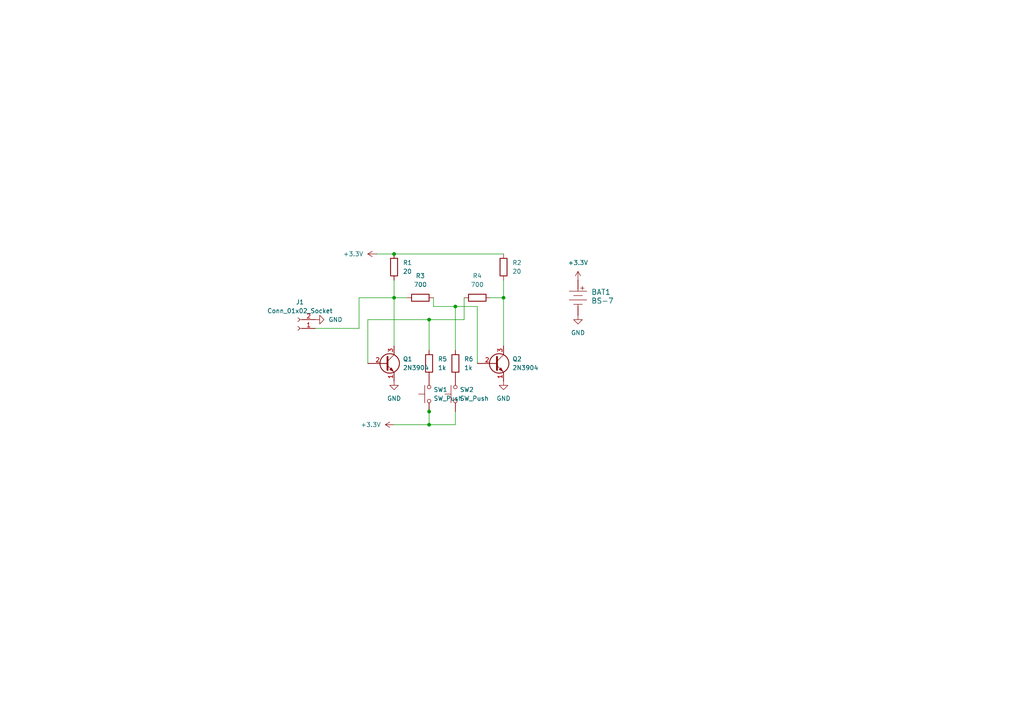
<source format=kicad_sch>
(kicad_sch (version 20231120) (generator "eeschema") (generator_version "8.0")
  (paper "A4")
  (lib_symbols
    (symbol "Connector:Conn_01x02_Socket" (pin_names (offset 1.016) hide)
      (property "Reference" "J" (at 0 2.54 0))
      (property "Value" "Conn_01x02_Socket" (at 0 -5.08 0))
      (symbol "Conn_01x02_Socket_1_1"
        (arc (start 0 -2.032) (mid -0.5058 -2.54) (end 0 -3.048) (stroke (width 0.1524)))
        (polyline (pts (xy -1.27 -2.54) (xy -0.508 -2.54)) (stroke (width 0.1524)))
        (polyline (pts (xy -1.27 0) (xy -0.508 0)) (stroke (width 0.1524)))
        (arc (start 0 0.508) (mid -0.5058 0) (end 0 -0.508) (stroke (width 0.1524)))
        (pin passive line (at -5.08 0 0) (length 3.81) (name "Pin_1") (number "1"))
        (pin passive line (at -5.08 -2.54 0) (length 3.81) (name "Pin_2") (number "2"))
      )
    )
    (symbol "Device:R" (pin_numbers hide) (pin_names (offset 0))
      (property "Reference" "R" (at 2.032 0 90))
      (property "Value" "R" (at 0 0 90))
      (symbol "R_0_1"
        (rectangle (start -1.016 -2.54) (end 1.016 2.54) (stroke (width 0.254)))
      )
      (symbol "R_1_1"
        (pin passive line (at 0 3.81 270) (length 1.27) (name "~") (number "1"))
        (pin passive line (at 0 -3.81 90) (length 1.27) (name "~") (number "2"))
      )
    )
    (symbol "Switch:SW_Push" (pin_numbers hide) (pin_names (offset 1.016) hide)
      (property "Reference" "SW" (at 1.27 2.54 0))
      (property "Value" "SW_Push" (at 0 -1.524 0))
      (symbol "SW_Push_0_1"
        (circle (center -2.032 0) (radius 0.508))
        (polyline (pts (xy 0 1.27) (xy 0 3.048)))
        (polyline (pts (xy 2.54 1.27) (xy -2.54 1.27)))
        (circle (center 2.032 0) (radius 0.508))
        (pin passive line (at -5.08 0 0) (length 2.54) (name "1") (number "1"))
        (pin passive line (at 5.08 0 180) (length 2.54) (name "2") (number "2"))
      )
    )
    (symbol "Transistor_BJT:2N3904" (pin_names (offset 0) hide)
      (property "Reference" "Q" (at 5.08 1.905 0))
      (property "Value" "2N3904" (at 5.08 0 0))
      (symbol "2N3904_0_1"
        (polyline (pts (xy 0.635 0.635) (xy 2.54 2.54)))
        (polyline (pts (xy 0.635 -0.635) (xy 2.54 -2.54) (xy 2.54 -2.54)))
        (polyline (pts (xy 0.635 1.905) (xy 0.635 -1.905) (xy 0.635 -1.905)) (stroke (width 0.508)))
        (polyline (pts (xy 1.27 -1.778) (xy 1.778 -1.27) (xy 2.286 -2.286) (xy 1.27 -1.778) (xy 1.27 -1.778)) (fill (type outline)))
        (circle (center 1.27 0) (radius 2.8194) (stroke (width 0.254)))
      )
      (symbol "2N3904_1_1"
        (pin passive line (at 2.54 -5.08 90) (length 2.54) (name "E") (number "1"))
        (pin passive line (at -5.08 0 0) (length 5.715) (name "B") (number "2"))
        (pin passive line (at 2.54 5.08 270) (length 2.54) (name "C") (number "3"))
      )
    )
    (symbol "dk_Battery-Holders-Clips-Contacts:BS-7" (pin_numbers hide) (pin_names (offset 1.016))
      (property "Reference" "BAT" (at -1.27 3.81 0))
      (property "Value" "BS-7" (at -1.27 -3.81 0))
      (symbol "BS-7_1_1"
        (polyline (pts (xy 0 -2.54) (xy 0 -1.905)))
        (polyline (pts (xy 0 1.905) (xy 0 2.54)))
        (polyline (pts (xy 1.27 -1.905) (xy -1.27 -1.905)))
        (polyline (pts (xy 1.27 0.635) (xy -1.27 0.635)))
        (polyline (pts (xy 1.27 2.286) (xy 1.27 3.302)))
        (polyline (pts (xy 1.778 2.794) (xy 0.762 2.794)))
        (polyline (pts (xy 2.54 -0.635) (xy -2.54 -0.635)))
        (polyline (pts (xy 2.54 1.905) (xy -2.54 1.905)))
        (pin power_out line (at 0 -5.08 90) (length 2.54) (name "~") (number "Neg"))
        (pin power_out line (at 0 5.08 270) (length 2.54) (name "~") (number "Pos"))
      )
    )
    (symbol "power:+3.3V" (power) (pin_numbers hide) (pin_names (offset 0) hide)
      (property "Value" "+3.3V" (at 0 3.556 0))
      (symbol "+3.3V_0_1"
        (polyline (pts (xy -0.762 1.27) (xy 0 2.54)))
        (polyline (pts (xy 0 0) (xy 0 2.54)))
        (polyline (pts (xy 0 2.54) (xy 0.762 1.27)))
      )
      (symbol "+3.3V_1_1"
        (pin power_in line (at 0 0 90) (length 0) (name "~") (number "1"))
      )
    )
    (symbol "power:GND" (power) (pin_numbers hide) (pin_names (offset 0) hide)
      (property "Value" "GND" (at 0 -3.81 0))
      (symbol "GND_0_1"
        (polyline (pts (xy 0 0) (xy 0 -1.27) (xy 1.27 -1.27) (xy 0 -2.54) (xy -1.27 -1.27) (xy 0 -1.27)))
      )
      (symbol "GND_1_1"
        (pin power_in line (at 0 0 270) (length 0) (name "~") (number "1"))
      )
    )
  )
  (junction (at 146.05 86.36))
  (junction (at 114.3 73.66))
  (junction (at 124.46 123.19))
  (junction (at 124.46 119.38))
  (junction (at 132.08 88.9))
  (junction (at 124.46 92.71))
  (junction (at 114.3 86.36))
  (wire (pts (xy 124.46 123.19) (xy 114.3 123.19)))
  (wire (pts (xy 124.46 118.11) (xy 124.46 119.38)))
  (wire (pts (xy 125.73 88.9) (xy 125.73 86.36)))
  (wire (pts (xy 91.44 95.25) (xy 104.14 95.25)))
  (wire (pts (xy 124.46 123.19) (xy 124.46 119.38)))
  (wire (pts (xy 124.46 92.71) (xy 134.62 92.71)))
  (wire (pts (xy 109.22 73.66) (xy 114.3 73.66)))
  (wire (pts (xy 132.08 123.19) (xy 132.08 119.38)))
  (wire (pts (xy 106.68 92.71) (xy 124.46 92.71)))
  (wire (pts (xy 114.3 81.28) (xy 114.3 86.36)))
  (wire (pts (xy 138.43 105.41) (xy 138.43 88.9)))
  (wire (pts (xy 138.43 88.9) (xy 132.08 88.9)))
  (wire (pts (xy 132.08 88.9) (xy 125.73 88.9)))
  (wire (pts (xy 124.46 123.19) (xy 132.08 123.19)))
  (wire (pts (xy 146.05 86.36) (xy 142.24 86.36)))
  (wire (pts (xy 132.08 101.6) (xy 132.08 88.9)))
  (wire (pts (xy 146.05 81.28) (xy 146.05 86.36)))
  (wire (pts (xy 114.3 86.36) (xy 118.11 86.36)))
  (wire (pts (xy 104.14 86.36) (xy 114.3 86.36)))
  (wire (pts (xy 104.14 95.25) (xy 104.14 86.36)))
  (wire (pts (xy 106.68 105.41) (xy 106.68 92.71)))
  (wire (pts (xy 114.3 86.36) (xy 114.3 100.33)))
  (wire (pts (xy 114.3 73.66) (xy 146.05 73.66)))
  (wire (pts (xy 134.62 92.71) (xy 134.62 86.36)))
  (wire (pts (xy 146.05 86.36) (xy 146.05 100.33)))
  (wire (pts (xy 124.46 92.71) (xy 124.46 101.6)))
  (symbol (lib_id "Device:R") (at 132.08 105.41 180) (unit 1)
    (property "Reference" "R6" (at 134.62 104.1399 0) (effects (justify right)))
    (property "Value" "1k" (at 134.62 106.6799 0) (effects (justify right)))
    (property "Footprint" "Resistor_THT:R_Axial_DIN0207_L6.3mm_D2.5mm_P10.16mm_Horizontal" (effects (hide yes)))
    (property "Description" "Resistor" (effects (hide yes)))
  )
  (symbol (lib_id "power:GND") (at 146.05 110.49 0) (unit 1)
    (property "Reference" "#PWR05" (effects (hide yes)))
    (property "Value" "GND" (at 146.05 115.57 0))
    (property "Description" "Power symbol creates a global label with name \"GND\" , ground" (effects (hide yes)))
  )
  (symbol (lib_id "Transistor_BJT:2N3904") (at 111.76 105.41 0) (unit 1)
    (property "Reference" "Q1" (at 116.84 104.1399 0) (effects (justify left)))
    (property "Value" "2N3904" (at 116.84 106.6799 0) (effects (justify left)))
    (property "Footprint" "Package_TO_SOT_THT:TO-92_Inline" (effects (hide yes)))
    (property "Datasheet" "https://www.onsemi.com/pub/Collateral/2N3903-D.PDF" (effects (hide yes)))
    (property "Description" "0.2A Ic, 40V Vce, Small Signal NPN Transistor, TO-92" (effects (hide yes)))
  )
  (symbol (lib_id "Device:R") (at 121.92 86.36 90) (unit 1)
    (property "Reference" "R3" (at 121.92 80.01 90))
    (property "Value" "700" (at 121.92 82.55 90))
    (property "Footprint" "Resistor_THT:R_Axial_DIN0207_L6.3mm_D2.5mm_P10.16mm_Horizontal" (effects (hide yes)))
    (property "Description" "Resistor" (effects (hide yes)))
  )
  (symbol (lib_id "power:+3.3V") (at 109.22 73.66 90) (unit 1)
    (property "Reference" "#PWR03" (effects (hide yes)))
    (property "Value" "+3.3V" (at 105.41 73.6599 90) (effects (justify left)))
    (property "Description" "Power symbol creates a global label with name \"+3.3V\"" (effects (hide yes)))
  )
  (symbol (lib_id "Device:R") (at 146.05 77.47 0) (unit 1)
    (property "Reference" "R2" (at 148.59 76.1999 0) (effects (justify left)))
    (property "Value" "20" (at 148.59 78.7399 0) (effects (justify left)))
    (property "Footprint" "Resistor_THT:R_Axial_DIN0207_L6.3mm_D2.5mm_P10.16mm_Horizontal" (effects (hide yes)))
    (property "Description" "Resistor" (effects (hide yes)))
  )
  (symbol (lib_id "Device:R") (at 124.46 105.41 180) (unit 1)
    (property "Reference" "R5" (at 127 104.1399 0) (effects (justify right)))
    (property "Value" "1k" (at 127 106.6799 0) (effects (justify right)))
    (property "Footprint" "Resistor_THT:R_Axial_DIN0207_L6.3mm_D2.5mm_P10.16mm_Horizontal" (effects (hide yes)))
    (property "Description" "Resistor" (effects (hide yes)))
  )
  (symbol (lib_id "Switch:SW_Push") (at 132.08 114.3 90) (unit 1)
    (property "Reference" "SW2" (at 133.35 113.0299 90) (effects (justify right)))
    (property "Value" "SW_Push" (at 133.35 115.5699 90) (effects (justify right)))
    (property "Footprint" "Button_Switch_THT:SW_Tactile_Straight_KSL0Axx1LFTR" (effects (hide yes)))
    (property "Description" "Push button switch, generic, two pins" (effects (hide yes)))
  )
  (symbol (lib_id "Device:R") (at 138.43 86.36 90) (unit 1)
    (property "Reference" "R4" (at 138.43 80.01 90))
    (property "Value" "700" (at 138.43 82.55 90))
    (property "Footprint" "Resistor_THT:R_Axial_DIN0207_L6.3mm_D2.5mm_P10.16mm_Horizontal" (effects (hide yes)))
    (property "Description" "Resistor" (effects (hide yes)))
  )
  (symbol (lib_id "dk_Battery-Holders-Clips-Contacts:BS-7") (at 167.64 86.36 0) (unit 1)
    (property "Reference" "BAT1" (at 171.45 84.7089 0) (effects (font (size 1.524 1.524)) (justify left)))
    (property "Value" "BS-7" (at 171.45 87.2489 0) (effects (font (size 1.524 1.524)) (justify left)))
    (property "Footprint" "test2:Battery_Holder_Coin_2032_BS-7" (effects (hide yes)))
    (property "Datasheet" "http://www.memoryprotectiondevices.com/datasheets/BS-7-datasheet.pdf" (effects (hide yes)))
    (property "Digi-Key_PN" "BS-7-ND" (effects (hide yes)))
    (property "MPN" "BS-7" (effects (hide yes)))
    (property "Category" "Battery Products" (effects (hide yes)))
    (property "Family" "Battery Holders, Clips, Contacts" (effects (hide yes)))
    (property "DK_Datasheet_Link" "http://www.memoryprotectiondevices.com/datasheets/BS-7-datasheet.pdf" (effects (hide yes)))
    (property "DK_Detail_Page" "/product-detail/en/mpd-memory-protection-devices/BS-7/BS-7-ND/389447" (effects (hide yes)))
    (property "Description_1" "BATTERY HOLDER COIN 20MM PC PIN" (effects (hide yes)))
    (property "Manufacturer" "MPD (Memory Protection Devices)" (effects (hide yes)))
    (property "Status" "Active" (effects (hide yes)))
  )
  (symbol (lib_id "power:GND") (at 91.44 92.71 90) (unit 1)
    (property "Reference" "#PWR07" (effects (hide yes)))
    (property "Value" "GND" (at 95.25 92.7099 90) (effects (justify right)))
    (property "Description" "Power symbol creates a global label with name \"GND\" , ground" (effects (hide yes)))
  )
  (symbol (lib_id "Device:R") (at 114.3 77.47 0) (unit 1)
    (property "Reference" "R1" (at 116.84 76.1999 0) (effects (justify left)))
    (property "Value" "20" (at 116.84 78.7399 0) (effects (justify left)))
    (property "Footprint" "Resistor_THT:R_Axial_DIN0207_L6.3mm_D2.5mm_P10.16mm_Horizontal" (effects (hide yes)))
    (property "Description" "Resistor" (effects (hide yes)))
  )
  (symbol (lib_id "power:GND") (at 114.3 110.49 0) (unit 1)
    (property "Reference" "#PWR04" (effects (hide yes)))
    (property "Value" "GND" (at 114.3 115.57 0))
    (property "Description" "Power symbol creates a global label with name \"GND\" , ground" (effects (hide yes)))
  )
  (symbol (lib_id "Switch:SW_Push") (at 124.46 114.3 90) (unit 1)
    (property "Reference" "SW1" (at 125.73 113.0299 90) (effects (justify right)))
    (property "Value" "SW_Push" (at 125.73 115.5699 90) (effects (justify right)))
    (property "Footprint" "Button_Switch_THT:SW_Tactile_Straight_KSL0Axx1LFTR" (effects (hide yes)))
    (property "Description" "Push button switch, generic, two pins" (effects (hide yes)))
  )
  (symbol (lib_id "Connector:Conn_01x02_Socket") (at 86.36 95.25 180) (unit 1)
    (property "Reference" "J1" (at 86.995 87.63 0))
    (property "Value" "Conn_01x02_Socket" (at 86.995 90.17 0))
    (property "Footprint" "Connector_PinSocket_2.00mm:PinSocket_1x02_P2.00mm_Vertical" (effects (hide yes)))
    (property "Description" "Generic connector, single row, 01x02, script generated" (effects (hide yes)))
  )
  (symbol (lib_id "Transistor_BJT:2N3904") (at 143.51 105.41 0) (unit 1)
    (property "Reference" "Q2" (at 148.59 104.1399 0) (effects (justify left)))
    (property "Value" "2N3904" (at 148.59 106.6799 0) (effects (justify left)))
    (property "Footprint" "Package_TO_SOT_THT:TO-92_Inline" (effects (hide yes)))
    (property "Datasheet" "https://www.onsemi.com/pub/Collateral/2N3903-D.PDF" (effects (hide yes)))
    (property "Description" "0.2A Ic, 40V Vce, Small Signal NPN Transistor, TO-92" (effects (hide yes)))
  )
  (symbol (lib_id "power:+3.3V") (at 114.3 123.19 90) (unit 1)
    (property "Reference" "#PWR06" (effects (hide yes)))
    (property "Value" "+3.3V" (at 110.49 123.1899 90) (effects (justify left)))
    (property "Description" "Power symbol creates a global label with name \"+3.3V\"" (effects (hide yes)))
  )
  (symbol (lib_id "power:+3.3V") (at 167.64 81.28 0) (unit 1)
    (property "Reference" "#PWR02" (effects (hide yes)))
    (property "Value" "+3.3V" (at 167.64 76.2 0))
    (property "Description" "Power symbol creates a global label with name \"+3.3V\"" (effects (hide yes)))
  )
  (symbol (lib_id "power:GND") (at 167.64 91.44 0) (unit 1)
    (property "Reference" "#PWR01" (effects (hide yes)))
    (property "Value" "GND" (at 167.64 96.52 0))
    (property "Description" "Power symbol creates a global label with name \"GND\" , ground" (effects (hide yes)))
  )
)
</source>
